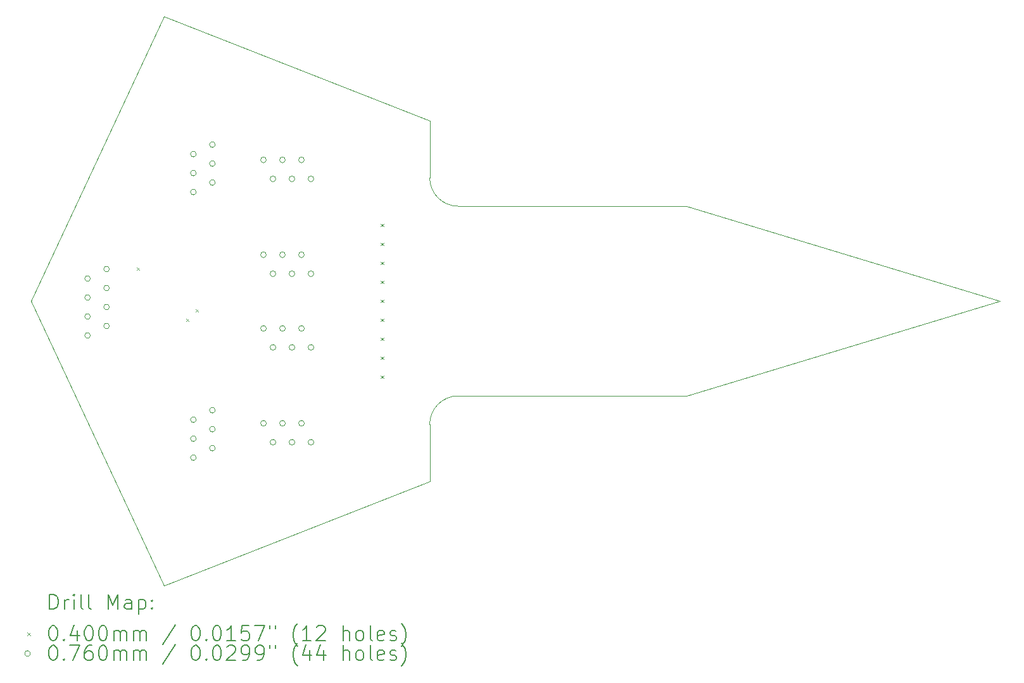
<source format=gbr>
%FSLAX45Y45*%
G04 Gerber Fmt 4.5, Leading zero omitted, Abs format (unit mm)*
G04 Created by KiCad (PCBNEW (6.0.5-22-g43b8adad1a)) date 2022-05-13 22:53:54*
%MOMM*%
%LPD*%
G01*
G04 APERTURE LIST*
%TA.AperFunction,Profile*%
%ADD10C,0.100000*%
%TD*%
%ADD11C,0.200000*%
%ADD12C,0.040000*%
%ADD13C,0.076000*%
G04 APERTURE END LIST*
D10*
X10541000Y-12700000D02*
G75*
G03*
X10160000Y-13081000I0J-381000D01*
G01*
X13589000Y-10160000D02*
X17780000Y-11430000D01*
X6604000Y-7620000D02*
X10160000Y-9017000D01*
X4826000Y-11430000D02*
X6604000Y-7620000D01*
X10160000Y-13843000D02*
X6604000Y-15240000D01*
X13589000Y-12700000D02*
X10541000Y-12700000D01*
X10160000Y-9017000D02*
X10160000Y-9779000D01*
X6604000Y-15240000D02*
X4826000Y-11430000D01*
X10541000Y-10160000D02*
X13589000Y-10160000D01*
X17780000Y-11430000D02*
X13589000Y-12700000D01*
X10160000Y-9779000D02*
G75*
G03*
X10541000Y-10160000I381000J0D01*
G01*
X10160000Y-13081000D02*
X10160000Y-13843000D01*
D11*
D12*
X6241100Y-10978200D02*
X6281100Y-11018200D01*
X6281100Y-10978200D02*
X6241100Y-11018200D01*
X6901500Y-11664000D02*
X6941500Y-11704000D01*
X6941500Y-11664000D02*
X6901500Y-11704000D01*
X7028500Y-11537000D02*
X7068500Y-11577000D01*
X7068500Y-11537000D02*
X7028500Y-11577000D01*
X9505000Y-10394000D02*
X9545000Y-10434000D01*
X9545000Y-10394000D02*
X9505000Y-10434000D01*
X9505000Y-10648000D02*
X9545000Y-10688000D01*
X9545000Y-10648000D02*
X9505000Y-10688000D01*
X9505000Y-10902000D02*
X9545000Y-10942000D01*
X9545000Y-10902000D02*
X9505000Y-10942000D01*
X9505000Y-11156000D02*
X9545000Y-11196000D01*
X9545000Y-11156000D02*
X9505000Y-11196000D01*
X9505000Y-11410000D02*
X9545000Y-11450000D01*
X9545000Y-11410000D02*
X9505000Y-11450000D01*
X9505000Y-11664000D02*
X9545000Y-11704000D01*
X9545000Y-11664000D02*
X9505000Y-11704000D01*
X9505000Y-11918000D02*
X9545000Y-11958000D01*
X9545000Y-11918000D02*
X9505000Y-11958000D01*
X9505000Y-12172000D02*
X9545000Y-12212000D01*
X9545000Y-12172000D02*
X9505000Y-12212000D01*
X9505000Y-12426000D02*
X9545000Y-12466000D01*
X9545000Y-12426000D02*
X9505000Y-12466000D01*
D13*
X5624000Y-11128750D02*
G75*
G03*
X5624000Y-11128750I-38000J0D01*
G01*
X5624000Y-11382750D02*
G75*
G03*
X5624000Y-11382750I-38000J0D01*
G01*
X5624000Y-11636750D02*
G75*
G03*
X5624000Y-11636750I-38000J0D01*
G01*
X5624000Y-11890750D02*
G75*
G03*
X5624000Y-11890750I-38000J0D01*
G01*
X5878000Y-11001750D02*
G75*
G03*
X5878000Y-11001750I-38000J0D01*
G01*
X5878000Y-11255750D02*
G75*
G03*
X5878000Y-11255750I-38000J0D01*
G01*
X5878000Y-11509750D02*
G75*
G03*
X5878000Y-11509750I-38000J0D01*
G01*
X5878000Y-11763750D02*
G75*
G03*
X5878000Y-11763750I-38000J0D01*
G01*
X7038000Y-9462000D02*
G75*
G03*
X7038000Y-9462000I-38000J0D01*
G01*
X7038000Y-9716000D02*
G75*
G03*
X7038000Y-9716000I-38000J0D01*
G01*
X7038000Y-9970000D02*
G75*
G03*
X7038000Y-9970000I-38000J0D01*
G01*
X7038000Y-13018000D02*
G75*
G03*
X7038000Y-13018000I-38000J0D01*
G01*
X7038000Y-13272000D02*
G75*
G03*
X7038000Y-13272000I-38000J0D01*
G01*
X7038000Y-13526000D02*
G75*
G03*
X7038000Y-13526000I-38000J0D01*
G01*
X7292000Y-9335000D02*
G75*
G03*
X7292000Y-9335000I-38000J0D01*
G01*
X7292000Y-9589000D02*
G75*
G03*
X7292000Y-9589000I-38000J0D01*
G01*
X7292000Y-9843000D02*
G75*
G03*
X7292000Y-9843000I-38000J0D01*
G01*
X7292000Y-12891000D02*
G75*
G03*
X7292000Y-12891000I-38000J0D01*
G01*
X7292000Y-13145000D02*
G75*
G03*
X7292000Y-13145000I-38000J0D01*
G01*
X7292000Y-13399000D02*
G75*
G03*
X7292000Y-13399000I-38000J0D01*
G01*
X7975000Y-9540000D02*
G75*
G03*
X7975000Y-9540000I-38000J0D01*
G01*
X7975000Y-10810000D02*
G75*
G03*
X7975000Y-10810000I-38000J0D01*
G01*
X7976000Y-11796000D02*
G75*
G03*
X7976000Y-11796000I-38000J0D01*
G01*
X7976000Y-13066000D02*
G75*
G03*
X7976000Y-13066000I-38000J0D01*
G01*
X8102000Y-9794000D02*
G75*
G03*
X8102000Y-9794000I-38000J0D01*
G01*
X8102000Y-11064000D02*
G75*
G03*
X8102000Y-11064000I-38000J0D01*
G01*
X8103000Y-12050000D02*
G75*
G03*
X8103000Y-12050000I-38000J0D01*
G01*
X8103000Y-13320000D02*
G75*
G03*
X8103000Y-13320000I-38000J0D01*
G01*
X8229000Y-9540000D02*
G75*
G03*
X8229000Y-9540000I-38000J0D01*
G01*
X8229000Y-10810000D02*
G75*
G03*
X8229000Y-10810000I-38000J0D01*
G01*
X8230000Y-11796000D02*
G75*
G03*
X8230000Y-11796000I-38000J0D01*
G01*
X8230000Y-13066000D02*
G75*
G03*
X8230000Y-13066000I-38000J0D01*
G01*
X8356000Y-9794000D02*
G75*
G03*
X8356000Y-9794000I-38000J0D01*
G01*
X8356000Y-11064000D02*
G75*
G03*
X8356000Y-11064000I-38000J0D01*
G01*
X8357000Y-12050000D02*
G75*
G03*
X8357000Y-12050000I-38000J0D01*
G01*
X8357000Y-13320000D02*
G75*
G03*
X8357000Y-13320000I-38000J0D01*
G01*
X8483000Y-9540000D02*
G75*
G03*
X8483000Y-9540000I-38000J0D01*
G01*
X8483000Y-10810000D02*
G75*
G03*
X8483000Y-10810000I-38000J0D01*
G01*
X8484000Y-11796000D02*
G75*
G03*
X8484000Y-11796000I-38000J0D01*
G01*
X8484000Y-13066000D02*
G75*
G03*
X8484000Y-13066000I-38000J0D01*
G01*
X8610000Y-9794000D02*
G75*
G03*
X8610000Y-9794000I-38000J0D01*
G01*
X8610000Y-11064000D02*
G75*
G03*
X8610000Y-11064000I-38000J0D01*
G01*
X8611000Y-12050000D02*
G75*
G03*
X8611000Y-12050000I-38000J0D01*
G01*
X8611000Y-13320000D02*
G75*
G03*
X8611000Y-13320000I-38000J0D01*
G01*
D11*
X5078619Y-15555476D02*
X5078619Y-15355476D01*
X5126238Y-15355476D01*
X5154810Y-15365000D01*
X5173857Y-15384048D01*
X5183381Y-15403095D01*
X5192905Y-15441190D01*
X5192905Y-15469762D01*
X5183381Y-15507857D01*
X5173857Y-15526905D01*
X5154810Y-15545952D01*
X5126238Y-15555476D01*
X5078619Y-15555476D01*
X5278619Y-15555476D02*
X5278619Y-15422143D01*
X5278619Y-15460238D02*
X5288143Y-15441190D01*
X5297667Y-15431667D01*
X5316714Y-15422143D01*
X5335762Y-15422143D01*
X5402429Y-15555476D02*
X5402429Y-15422143D01*
X5402429Y-15355476D02*
X5392905Y-15365000D01*
X5402429Y-15374524D01*
X5411952Y-15365000D01*
X5402429Y-15355476D01*
X5402429Y-15374524D01*
X5526238Y-15555476D02*
X5507190Y-15545952D01*
X5497667Y-15526905D01*
X5497667Y-15355476D01*
X5631000Y-15555476D02*
X5611952Y-15545952D01*
X5602428Y-15526905D01*
X5602428Y-15355476D01*
X5859571Y-15555476D02*
X5859571Y-15355476D01*
X5926238Y-15498333D01*
X5992905Y-15355476D01*
X5992905Y-15555476D01*
X6173857Y-15555476D02*
X6173857Y-15450714D01*
X6164333Y-15431667D01*
X6145286Y-15422143D01*
X6107190Y-15422143D01*
X6088143Y-15431667D01*
X6173857Y-15545952D02*
X6154809Y-15555476D01*
X6107190Y-15555476D01*
X6088143Y-15545952D01*
X6078619Y-15526905D01*
X6078619Y-15507857D01*
X6088143Y-15488809D01*
X6107190Y-15479286D01*
X6154809Y-15479286D01*
X6173857Y-15469762D01*
X6269095Y-15422143D02*
X6269095Y-15622143D01*
X6269095Y-15431667D02*
X6288143Y-15422143D01*
X6326238Y-15422143D01*
X6345286Y-15431667D01*
X6354809Y-15441190D01*
X6364333Y-15460238D01*
X6364333Y-15517381D01*
X6354809Y-15536428D01*
X6345286Y-15545952D01*
X6326238Y-15555476D01*
X6288143Y-15555476D01*
X6269095Y-15545952D01*
X6450048Y-15536428D02*
X6459571Y-15545952D01*
X6450048Y-15555476D01*
X6440524Y-15545952D01*
X6450048Y-15536428D01*
X6450048Y-15555476D01*
X6450048Y-15431667D02*
X6459571Y-15441190D01*
X6450048Y-15450714D01*
X6440524Y-15441190D01*
X6450048Y-15431667D01*
X6450048Y-15450714D01*
D12*
X4781000Y-15865000D02*
X4821000Y-15905000D01*
X4821000Y-15865000D02*
X4781000Y-15905000D01*
D11*
X5116714Y-15775476D02*
X5135762Y-15775476D01*
X5154810Y-15785000D01*
X5164333Y-15794524D01*
X5173857Y-15813571D01*
X5183381Y-15851667D01*
X5183381Y-15899286D01*
X5173857Y-15937381D01*
X5164333Y-15956428D01*
X5154810Y-15965952D01*
X5135762Y-15975476D01*
X5116714Y-15975476D01*
X5097667Y-15965952D01*
X5088143Y-15956428D01*
X5078619Y-15937381D01*
X5069095Y-15899286D01*
X5069095Y-15851667D01*
X5078619Y-15813571D01*
X5088143Y-15794524D01*
X5097667Y-15785000D01*
X5116714Y-15775476D01*
X5269095Y-15956428D02*
X5278619Y-15965952D01*
X5269095Y-15975476D01*
X5259571Y-15965952D01*
X5269095Y-15956428D01*
X5269095Y-15975476D01*
X5450048Y-15842143D02*
X5450048Y-15975476D01*
X5402429Y-15765952D02*
X5354810Y-15908809D01*
X5478619Y-15908809D01*
X5592905Y-15775476D02*
X5611952Y-15775476D01*
X5631000Y-15785000D01*
X5640524Y-15794524D01*
X5650048Y-15813571D01*
X5659571Y-15851667D01*
X5659571Y-15899286D01*
X5650048Y-15937381D01*
X5640524Y-15956428D01*
X5631000Y-15965952D01*
X5611952Y-15975476D01*
X5592905Y-15975476D01*
X5573857Y-15965952D01*
X5564333Y-15956428D01*
X5554810Y-15937381D01*
X5545286Y-15899286D01*
X5545286Y-15851667D01*
X5554810Y-15813571D01*
X5564333Y-15794524D01*
X5573857Y-15785000D01*
X5592905Y-15775476D01*
X5783381Y-15775476D02*
X5802428Y-15775476D01*
X5821476Y-15785000D01*
X5831000Y-15794524D01*
X5840524Y-15813571D01*
X5850048Y-15851667D01*
X5850048Y-15899286D01*
X5840524Y-15937381D01*
X5831000Y-15956428D01*
X5821476Y-15965952D01*
X5802428Y-15975476D01*
X5783381Y-15975476D01*
X5764333Y-15965952D01*
X5754809Y-15956428D01*
X5745286Y-15937381D01*
X5735762Y-15899286D01*
X5735762Y-15851667D01*
X5745286Y-15813571D01*
X5754809Y-15794524D01*
X5764333Y-15785000D01*
X5783381Y-15775476D01*
X5935762Y-15975476D02*
X5935762Y-15842143D01*
X5935762Y-15861190D02*
X5945286Y-15851667D01*
X5964333Y-15842143D01*
X5992905Y-15842143D01*
X6011952Y-15851667D01*
X6021476Y-15870714D01*
X6021476Y-15975476D01*
X6021476Y-15870714D02*
X6031000Y-15851667D01*
X6050048Y-15842143D01*
X6078619Y-15842143D01*
X6097667Y-15851667D01*
X6107190Y-15870714D01*
X6107190Y-15975476D01*
X6202428Y-15975476D02*
X6202428Y-15842143D01*
X6202428Y-15861190D02*
X6211952Y-15851667D01*
X6231000Y-15842143D01*
X6259571Y-15842143D01*
X6278619Y-15851667D01*
X6288143Y-15870714D01*
X6288143Y-15975476D01*
X6288143Y-15870714D02*
X6297667Y-15851667D01*
X6316714Y-15842143D01*
X6345286Y-15842143D01*
X6364333Y-15851667D01*
X6373857Y-15870714D01*
X6373857Y-15975476D01*
X6764333Y-15765952D02*
X6592905Y-16023095D01*
X7021476Y-15775476D02*
X7040524Y-15775476D01*
X7059571Y-15785000D01*
X7069095Y-15794524D01*
X7078619Y-15813571D01*
X7088143Y-15851667D01*
X7088143Y-15899286D01*
X7078619Y-15937381D01*
X7069095Y-15956428D01*
X7059571Y-15965952D01*
X7040524Y-15975476D01*
X7021476Y-15975476D01*
X7002428Y-15965952D01*
X6992905Y-15956428D01*
X6983381Y-15937381D01*
X6973857Y-15899286D01*
X6973857Y-15851667D01*
X6983381Y-15813571D01*
X6992905Y-15794524D01*
X7002428Y-15785000D01*
X7021476Y-15775476D01*
X7173857Y-15956428D02*
X7183381Y-15965952D01*
X7173857Y-15975476D01*
X7164333Y-15965952D01*
X7173857Y-15956428D01*
X7173857Y-15975476D01*
X7307190Y-15775476D02*
X7326238Y-15775476D01*
X7345286Y-15785000D01*
X7354809Y-15794524D01*
X7364333Y-15813571D01*
X7373857Y-15851667D01*
X7373857Y-15899286D01*
X7364333Y-15937381D01*
X7354809Y-15956428D01*
X7345286Y-15965952D01*
X7326238Y-15975476D01*
X7307190Y-15975476D01*
X7288143Y-15965952D01*
X7278619Y-15956428D01*
X7269095Y-15937381D01*
X7259571Y-15899286D01*
X7259571Y-15851667D01*
X7269095Y-15813571D01*
X7278619Y-15794524D01*
X7288143Y-15785000D01*
X7307190Y-15775476D01*
X7564333Y-15975476D02*
X7450048Y-15975476D01*
X7507190Y-15975476D02*
X7507190Y-15775476D01*
X7488143Y-15804048D01*
X7469095Y-15823095D01*
X7450048Y-15832619D01*
X7745286Y-15775476D02*
X7650048Y-15775476D01*
X7640524Y-15870714D01*
X7650048Y-15861190D01*
X7669095Y-15851667D01*
X7716714Y-15851667D01*
X7735762Y-15861190D01*
X7745286Y-15870714D01*
X7754809Y-15889762D01*
X7754809Y-15937381D01*
X7745286Y-15956428D01*
X7735762Y-15965952D01*
X7716714Y-15975476D01*
X7669095Y-15975476D01*
X7650048Y-15965952D01*
X7640524Y-15956428D01*
X7821476Y-15775476D02*
X7954809Y-15775476D01*
X7869095Y-15975476D01*
X8021476Y-15775476D02*
X8021476Y-15813571D01*
X8097667Y-15775476D02*
X8097667Y-15813571D01*
X8392905Y-16051667D02*
X8383381Y-16042143D01*
X8364333Y-16013571D01*
X8354809Y-15994524D01*
X8345286Y-15965952D01*
X8335762Y-15918333D01*
X8335762Y-15880238D01*
X8345286Y-15832619D01*
X8354809Y-15804048D01*
X8364333Y-15785000D01*
X8383381Y-15756428D01*
X8392905Y-15746905D01*
X8573857Y-15975476D02*
X8459571Y-15975476D01*
X8516714Y-15975476D02*
X8516714Y-15775476D01*
X8497667Y-15804048D01*
X8478619Y-15823095D01*
X8459571Y-15832619D01*
X8650048Y-15794524D02*
X8659571Y-15785000D01*
X8678619Y-15775476D01*
X8726238Y-15775476D01*
X8745286Y-15785000D01*
X8754810Y-15794524D01*
X8764333Y-15813571D01*
X8764333Y-15832619D01*
X8754810Y-15861190D01*
X8640524Y-15975476D01*
X8764333Y-15975476D01*
X9002429Y-15975476D02*
X9002429Y-15775476D01*
X9088143Y-15975476D02*
X9088143Y-15870714D01*
X9078619Y-15851667D01*
X9059571Y-15842143D01*
X9031000Y-15842143D01*
X9011952Y-15851667D01*
X9002429Y-15861190D01*
X9211952Y-15975476D02*
X9192905Y-15965952D01*
X9183381Y-15956428D01*
X9173857Y-15937381D01*
X9173857Y-15880238D01*
X9183381Y-15861190D01*
X9192905Y-15851667D01*
X9211952Y-15842143D01*
X9240524Y-15842143D01*
X9259571Y-15851667D01*
X9269095Y-15861190D01*
X9278619Y-15880238D01*
X9278619Y-15937381D01*
X9269095Y-15956428D01*
X9259571Y-15965952D01*
X9240524Y-15975476D01*
X9211952Y-15975476D01*
X9392905Y-15975476D02*
X9373857Y-15965952D01*
X9364333Y-15946905D01*
X9364333Y-15775476D01*
X9545286Y-15965952D02*
X9526238Y-15975476D01*
X9488143Y-15975476D01*
X9469095Y-15965952D01*
X9459571Y-15946905D01*
X9459571Y-15870714D01*
X9469095Y-15851667D01*
X9488143Y-15842143D01*
X9526238Y-15842143D01*
X9545286Y-15851667D01*
X9554810Y-15870714D01*
X9554810Y-15889762D01*
X9459571Y-15908809D01*
X9631000Y-15965952D02*
X9650048Y-15975476D01*
X9688143Y-15975476D01*
X9707190Y-15965952D01*
X9716714Y-15946905D01*
X9716714Y-15937381D01*
X9707190Y-15918333D01*
X9688143Y-15908809D01*
X9659571Y-15908809D01*
X9640524Y-15899286D01*
X9631000Y-15880238D01*
X9631000Y-15870714D01*
X9640524Y-15851667D01*
X9659571Y-15842143D01*
X9688143Y-15842143D01*
X9707190Y-15851667D01*
X9783381Y-16051667D02*
X9792905Y-16042143D01*
X9811952Y-16013571D01*
X9821476Y-15994524D01*
X9831000Y-15965952D01*
X9840524Y-15918333D01*
X9840524Y-15880238D01*
X9831000Y-15832619D01*
X9821476Y-15804048D01*
X9811952Y-15785000D01*
X9792905Y-15756428D01*
X9783381Y-15746905D01*
D13*
X4821000Y-16149000D02*
G75*
G03*
X4821000Y-16149000I-38000J0D01*
G01*
D11*
X5116714Y-16039476D02*
X5135762Y-16039476D01*
X5154810Y-16049000D01*
X5164333Y-16058524D01*
X5173857Y-16077571D01*
X5183381Y-16115667D01*
X5183381Y-16163286D01*
X5173857Y-16201381D01*
X5164333Y-16220428D01*
X5154810Y-16229952D01*
X5135762Y-16239476D01*
X5116714Y-16239476D01*
X5097667Y-16229952D01*
X5088143Y-16220428D01*
X5078619Y-16201381D01*
X5069095Y-16163286D01*
X5069095Y-16115667D01*
X5078619Y-16077571D01*
X5088143Y-16058524D01*
X5097667Y-16049000D01*
X5116714Y-16039476D01*
X5269095Y-16220428D02*
X5278619Y-16229952D01*
X5269095Y-16239476D01*
X5259571Y-16229952D01*
X5269095Y-16220428D01*
X5269095Y-16239476D01*
X5345286Y-16039476D02*
X5478619Y-16039476D01*
X5392905Y-16239476D01*
X5640524Y-16039476D02*
X5602428Y-16039476D01*
X5583381Y-16049000D01*
X5573857Y-16058524D01*
X5554810Y-16087095D01*
X5545286Y-16125190D01*
X5545286Y-16201381D01*
X5554810Y-16220428D01*
X5564333Y-16229952D01*
X5583381Y-16239476D01*
X5621476Y-16239476D01*
X5640524Y-16229952D01*
X5650048Y-16220428D01*
X5659571Y-16201381D01*
X5659571Y-16153762D01*
X5650048Y-16134714D01*
X5640524Y-16125190D01*
X5621476Y-16115667D01*
X5583381Y-16115667D01*
X5564333Y-16125190D01*
X5554810Y-16134714D01*
X5545286Y-16153762D01*
X5783381Y-16039476D02*
X5802428Y-16039476D01*
X5821476Y-16049000D01*
X5831000Y-16058524D01*
X5840524Y-16077571D01*
X5850048Y-16115667D01*
X5850048Y-16163286D01*
X5840524Y-16201381D01*
X5831000Y-16220428D01*
X5821476Y-16229952D01*
X5802428Y-16239476D01*
X5783381Y-16239476D01*
X5764333Y-16229952D01*
X5754809Y-16220428D01*
X5745286Y-16201381D01*
X5735762Y-16163286D01*
X5735762Y-16115667D01*
X5745286Y-16077571D01*
X5754809Y-16058524D01*
X5764333Y-16049000D01*
X5783381Y-16039476D01*
X5935762Y-16239476D02*
X5935762Y-16106143D01*
X5935762Y-16125190D02*
X5945286Y-16115667D01*
X5964333Y-16106143D01*
X5992905Y-16106143D01*
X6011952Y-16115667D01*
X6021476Y-16134714D01*
X6021476Y-16239476D01*
X6021476Y-16134714D02*
X6031000Y-16115667D01*
X6050048Y-16106143D01*
X6078619Y-16106143D01*
X6097667Y-16115667D01*
X6107190Y-16134714D01*
X6107190Y-16239476D01*
X6202428Y-16239476D02*
X6202428Y-16106143D01*
X6202428Y-16125190D02*
X6211952Y-16115667D01*
X6231000Y-16106143D01*
X6259571Y-16106143D01*
X6278619Y-16115667D01*
X6288143Y-16134714D01*
X6288143Y-16239476D01*
X6288143Y-16134714D02*
X6297667Y-16115667D01*
X6316714Y-16106143D01*
X6345286Y-16106143D01*
X6364333Y-16115667D01*
X6373857Y-16134714D01*
X6373857Y-16239476D01*
X6764333Y-16029952D02*
X6592905Y-16287095D01*
X7021476Y-16039476D02*
X7040524Y-16039476D01*
X7059571Y-16049000D01*
X7069095Y-16058524D01*
X7078619Y-16077571D01*
X7088143Y-16115667D01*
X7088143Y-16163286D01*
X7078619Y-16201381D01*
X7069095Y-16220428D01*
X7059571Y-16229952D01*
X7040524Y-16239476D01*
X7021476Y-16239476D01*
X7002428Y-16229952D01*
X6992905Y-16220428D01*
X6983381Y-16201381D01*
X6973857Y-16163286D01*
X6973857Y-16115667D01*
X6983381Y-16077571D01*
X6992905Y-16058524D01*
X7002428Y-16049000D01*
X7021476Y-16039476D01*
X7173857Y-16220428D02*
X7183381Y-16229952D01*
X7173857Y-16239476D01*
X7164333Y-16229952D01*
X7173857Y-16220428D01*
X7173857Y-16239476D01*
X7307190Y-16039476D02*
X7326238Y-16039476D01*
X7345286Y-16049000D01*
X7354809Y-16058524D01*
X7364333Y-16077571D01*
X7373857Y-16115667D01*
X7373857Y-16163286D01*
X7364333Y-16201381D01*
X7354809Y-16220428D01*
X7345286Y-16229952D01*
X7326238Y-16239476D01*
X7307190Y-16239476D01*
X7288143Y-16229952D01*
X7278619Y-16220428D01*
X7269095Y-16201381D01*
X7259571Y-16163286D01*
X7259571Y-16115667D01*
X7269095Y-16077571D01*
X7278619Y-16058524D01*
X7288143Y-16049000D01*
X7307190Y-16039476D01*
X7450048Y-16058524D02*
X7459571Y-16049000D01*
X7478619Y-16039476D01*
X7526238Y-16039476D01*
X7545286Y-16049000D01*
X7554809Y-16058524D01*
X7564333Y-16077571D01*
X7564333Y-16096619D01*
X7554809Y-16125190D01*
X7440524Y-16239476D01*
X7564333Y-16239476D01*
X7659571Y-16239476D02*
X7697667Y-16239476D01*
X7716714Y-16229952D01*
X7726238Y-16220428D01*
X7745286Y-16191857D01*
X7754809Y-16153762D01*
X7754809Y-16077571D01*
X7745286Y-16058524D01*
X7735762Y-16049000D01*
X7716714Y-16039476D01*
X7678619Y-16039476D01*
X7659571Y-16049000D01*
X7650048Y-16058524D01*
X7640524Y-16077571D01*
X7640524Y-16125190D01*
X7650048Y-16144238D01*
X7659571Y-16153762D01*
X7678619Y-16163286D01*
X7716714Y-16163286D01*
X7735762Y-16153762D01*
X7745286Y-16144238D01*
X7754809Y-16125190D01*
X7850048Y-16239476D02*
X7888143Y-16239476D01*
X7907190Y-16229952D01*
X7916714Y-16220428D01*
X7935762Y-16191857D01*
X7945286Y-16153762D01*
X7945286Y-16077571D01*
X7935762Y-16058524D01*
X7926238Y-16049000D01*
X7907190Y-16039476D01*
X7869095Y-16039476D01*
X7850048Y-16049000D01*
X7840524Y-16058524D01*
X7831000Y-16077571D01*
X7831000Y-16125190D01*
X7840524Y-16144238D01*
X7850048Y-16153762D01*
X7869095Y-16163286D01*
X7907190Y-16163286D01*
X7926238Y-16153762D01*
X7935762Y-16144238D01*
X7945286Y-16125190D01*
X8021476Y-16039476D02*
X8021476Y-16077571D01*
X8097667Y-16039476D02*
X8097667Y-16077571D01*
X8392905Y-16315667D02*
X8383381Y-16306143D01*
X8364333Y-16277571D01*
X8354809Y-16258524D01*
X8345286Y-16229952D01*
X8335762Y-16182333D01*
X8335762Y-16144238D01*
X8345286Y-16096619D01*
X8354809Y-16068048D01*
X8364333Y-16049000D01*
X8383381Y-16020428D01*
X8392905Y-16010905D01*
X8554810Y-16106143D02*
X8554810Y-16239476D01*
X8507190Y-16029952D02*
X8459571Y-16172809D01*
X8583381Y-16172809D01*
X8745286Y-16106143D02*
X8745286Y-16239476D01*
X8697667Y-16029952D02*
X8650048Y-16172809D01*
X8773857Y-16172809D01*
X9002429Y-16239476D02*
X9002429Y-16039476D01*
X9088143Y-16239476D02*
X9088143Y-16134714D01*
X9078619Y-16115667D01*
X9059571Y-16106143D01*
X9031000Y-16106143D01*
X9011952Y-16115667D01*
X9002429Y-16125190D01*
X9211952Y-16239476D02*
X9192905Y-16229952D01*
X9183381Y-16220428D01*
X9173857Y-16201381D01*
X9173857Y-16144238D01*
X9183381Y-16125190D01*
X9192905Y-16115667D01*
X9211952Y-16106143D01*
X9240524Y-16106143D01*
X9259571Y-16115667D01*
X9269095Y-16125190D01*
X9278619Y-16144238D01*
X9278619Y-16201381D01*
X9269095Y-16220428D01*
X9259571Y-16229952D01*
X9240524Y-16239476D01*
X9211952Y-16239476D01*
X9392905Y-16239476D02*
X9373857Y-16229952D01*
X9364333Y-16210905D01*
X9364333Y-16039476D01*
X9545286Y-16229952D02*
X9526238Y-16239476D01*
X9488143Y-16239476D01*
X9469095Y-16229952D01*
X9459571Y-16210905D01*
X9459571Y-16134714D01*
X9469095Y-16115667D01*
X9488143Y-16106143D01*
X9526238Y-16106143D01*
X9545286Y-16115667D01*
X9554810Y-16134714D01*
X9554810Y-16153762D01*
X9459571Y-16172809D01*
X9631000Y-16229952D02*
X9650048Y-16239476D01*
X9688143Y-16239476D01*
X9707190Y-16229952D01*
X9716714Y-16210905D01*
X9716714Y-16201381D01*
X9707190Y-16182333D01*
X9688143Y-16172809D01*
X9659571Y-16172809D01*
X9640524Y-16163286D01*
X9631000Y-16144238D01*
X9631000Y-16134714D01*
X9640524Y-16115667D01*
X9659571Y-16106143D01*
X9688143Y-16106143D01*
X9707190Y-16115667D01*
X9783381Y-16315667D02*
X9792905Y-16306143D01*
X9811952Y-16277571D01*
X9821476Y-16258524D01*
X9831000Y-16229952D01*
X9840524Y-16182333D01*
X9840524Y-16144238D01*
X9831000Y-16096619D01*
X9821476Y-16068048D01*
X9811952Y-16049000D01*
X9792905Y-16020428D01*
X9783381Y-16010905D01*
M02*

</source>
